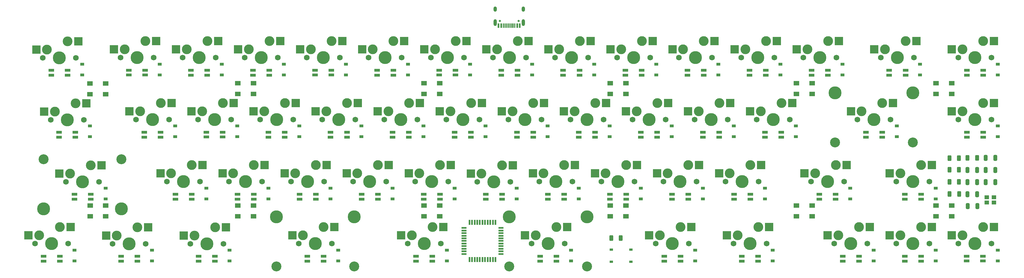
<source format=gbr>
%TF.GenerationSoftware,KiCad,Pcbnew,(6.0.9)*%
%TF.CreationDate,2022-12-31T14:12:08+09:00*%
%TF.ProjectId,chasma,63686173-6d61-42e6-9b69-6361645f7063,rev?*%
%TF.SameCoordinates,Original*%
%TF.FileFunction,Soldermask,Bot*%
%TF.FilePolarity,Negative*%
%FSLAX46Y46*%
G04 Gerber Fmt 4.6, Leading zero omitted, Abs format (unit mm)*
G04 Created by KiCad (PCBNEW (6.0.9)) date 2022-12-31 14:12:08*
%MOMM*%
%LPD*%
G01*
G04 APERTURE LIST*
G04 Aperture macros list*
%AMRoundRect*
0 Rectangle with rounded corners*
0 $1 Rounding radius*
0 $2 $3 $4 $5 $6 $7 $8 $9 X,Y pos of 4 corners*
0 Add a 4 corners polygon primitive as box body*
4,1,4,$2,$3,$4,$5,$6,$7,$8,$9,$2,$3,0*
0 Add four circle primitives for the rounded corners*
1,1,$1+$1,$2,$3*
1,1,$1+$1,$4,$5*
1,1,$1+$1,$6,$7*
1,1,$1+$1,$8,$9*
0 Add four rect primitives between the rounded corners*
20,1,$1+$1,$2,$3,$4,$5,0*
20,1,$1+$1,$4,$5,$6,$7,0*
20,1,$1+$1,$6,$7,$8,$9,0*
20,1,$1+$1,$8,$9,$2,$3,0*%
G04 Aperture macros list end*
%ADD10C,1.750000*%
%ADD11C,3.987800*%
%ADD12C,3.000000*%
%ADD13R,2.550000X2.500000*%
%ADD14R,1.800000X0.820000*%
%ADD15C,3.048000*%
%ADD16R,1.800000X1.400000*%
%ADD17R,1.200000X0.900000*%
%ADD18C,0.650000*%
%ADD19R,0.600000X1.450000*%
%ADD20R,0.300000X1.450000*%
%ADD21O,1.000000X2.100000*%
%ADD22O,1.000000X1.600000*%
%ADD23RoundRect,0.250000X0.325000X0.650000X-0.325000X0.650000X-0.325000X-0.650000X0.325000X-0.650000X0*%
%ADD24RoundRect,0.250000X0.312500X0.625000X-0.312500X0.625000X-0.312500X-0.625000X0.312500X-0.625000X0*%
%ADD25R,1.400000X1.200000*%
%ADD26R,1.500000X0.550000*%
%ADD27R,0.550000X1.500000*%
%ADD28R,1.000000X0.750000*%
G04 APERTURE END LIST*
D10*
%TO.C,SW09_00*%
X238995000Y-123375000D03*
X249155000Y-123375000D03*
D11*
X244075000Y-123375000D03*
D12*
X240265000Y-120835000D03*
X246615000Y-118295000D03*
D13*
X236990000Y-120835000D03*
X249917000Y-118295000D03*
%TD*%
D14*
%TO.C,LED02_01*%
X112975000Y-146250000D03*
X112975000Y-147750000D03*
X117975000Y-147750000D03*
X117975000Y-146250000D03*
%TD*%
%TO.C,LED08_01*%
X227250000Y-146275000D03*
X227250000Y-147775000D03*
X232250000Y-147775000D03*
X232250000Y-146275000D03*
%TD*%
%TO.C,LED13_02*%
X327300000Y-165325000D03*
X327300000Y-166825000D03*
X332300000Y-166825000D03*
X332300000Y-165325000D03*
%TD*%
D11*
%TO.C,SW01_01*%
X96425000Y-142425000D03*
D10*
X101505000Y-142425000D03*
X91345000Y-142425000D03*
D12*
X98965000Y-137345000D03*
X92615000Y-139885000D03*
D13*
X89340000Y-139885000D03*
X102267000Y-137345000D03*
%TD*%
D12*
%TO.C,SW05_02*%
X184690000Y-156395000D03*
D11*
X182150000Y-161475000D03*
D12*
X178340000Y-158935000D03*
D10*
X177070000Y-161475000D03*
X187230000Y-161475000D03*
D13*
X175065000Y-158935000D03*
X187992000Y-156395000D03*
%TD*%
D12*
%TO.C,SW01_02*%
X108490000Y-156395000D03*
D10*
X100870000Y-161475000D03*
D11*
X105950000Y-161475000D03*
D10*
X111030000Y-161475000D03*
D12*
X102140000Y-158935000D03*
D13*
X98865000Y-158935000D03*
X111792000Y-156395000D03*
%TD*%
D12*
%TO.C,SW10_02*%
X279940000Y-156395000D03*
X273590000Y-158935000D03*
D10*
X282480000Y-161475000D03*
X272320000Y-161475000D03*
D11*
X277400000Y-161475000D03*
D13*
X270315000Y-158935000D03*
X283242000Y-156395000D03*
%TD*%
D11*
%TO.C,SW07_03*%
X205937000Y-172245000D03*
D10*
X222955000Y-180500000D03*
D12*
X220415000Y-175420000D03*
X214065000Y-177960000D03*
D11*
X229813000Y-172245000D03*
X217875000Y-180500000D03*
D10*
X212795000Y-180500000D03*
D15*
X205937000Y-187485000D03*
X229813000Y-187485000D03*
D13*
X210790000Y-177960000D03*
X223717000Y-175420000D03*
%TD*%
D11*
%TO.C,SW00_02*%
X63012000Y-169780550D03*
X74950000Y-161525550D03*
D15*
X86888000Y-154540550D03*
D11*
X86888000Y-169780550D03*
D10*
X80030000Y-161525550D03*
X69870000Y-161525550D03*
D12*
X77490000Y-156445550D03*
X71140000Y-158985550D03*
D15*
X63012000Y-154540550D03*
D13*
X67865000Y-158985550D03*
X80792000Y-156445550D03*
%TD*%
D14*
%TO.C,LED04_00*%
X146325000Y-127200000D03*
X146325000Y-128700000D03*
X151325000Y-128700000D03*
X151325000Y-127200000D03*
%TD*%
D10*
%TO.C,SW13_00*%
X319970000Y-123375000D03*
D11*
X325050000Y-123375000D03*
D12*
X327590000Y-118295000D03*
X321240000Y-120835000D03*
D10*
X330130000Y-123375000D03*
D13*
X317965000Y-120835000D03*
X330892000Y-118295000D03*
%TD*%
D12*
%TO.C,SW12_03*%
X313290000Y-175445000D03*
X306940000Y-177985000D03*
D11*
X310750000Y-180525000D03*
D10*
X305670000Y-180525000D03*
X315830000Y-180525000D03*
D13*
X303665000Y-177985000D03*
X316592000Y-175445000D03*
%TD*%
D14*
%TO.C,LED11_02*%
X301125000Y-165325000D03*
X301125000Y-166825000D03*
X306125000Y-166825000D03*
X306125000Y-165325000D03*
%TD*%
%TO.C,LED03_03*%
X143925000Y-184375000D03*
X143925000Y-185875000D03*
X148925000Y-185875000D03*
X148925000Y-184375000D03*
%TD*%
%TO.C,LED09_00*%
X241575000Y-127225000D03*
X241575000Y-128725000D03*
X246575000Y-128725000D03*
X246575000Y-127225000D03*
%TD*%
%TO.C,LED06_00*%
X184425000Y-127200000D03*
X184425000Y-128700000D03*
X189425000Y-128700000D03*
X189425000Y-127200000D03*
%TD*%
%TO.C,LED14_01*%
X346350000Y-146275000D03*
X346350000Y-147775000D03*
X351350000Y-147775000D03*
X351350000Y-146275000D03*
%TD*%
%TO.C,LED13_00*%
X322550000Y-127225000D03*
X322550000Y-128725000D03*
X327550000Y-128725000D03*
X327550000Y-127225000D03*
%TD*%
%TO.C,LED01_00*%
X89175000Y-127200000D03*
X89175000Y-128700000D03*
X94175000Y-128700000D03*
X94175000Y-127200000D03*
%TD*%
D12*
%TO.C,SW07_02*%
X216440000Y-158935000D03*
D10*
X225330000Y-161475000D03*
X215170000Y-161475000D03*
D11*
X220250000Y-161475000D03*
D12*
X222790000Y-156395000D03*
D13*
X213165000Y-158935000D03*
X226092000Y-156395000D03*
%TD*%
D14*
%TO.C,LED10_02*%
X274900000Y-165325000D03*
X274900000Y-166825000D03*
X279900000Y-166825000D03*
X279900000Y-165325000D03*
%TD*%
%TO.C,LED12_01*%
X315375000Y-146275000D03*
X315375000Y-147775000D03*
X320375000Y-147775000D03*
X320375000Y-146275000D03*
%TD*%
D12*
%TO.C,SW13_02*%
X325990000Y-158935000D03*
D10*
X334880000Y-161475000D03*
D11*
X329800000Y-161475000D03*
D12*
X332340000Y-156395000D03*
D10*
X324720000Y-161475000D03*
D13*
X322715000Y-158935000D03*
X335642000Y-156395000D03*
%TD*%
D14*
%TO.C,LED11_00*%
X279675000Y-127225000D03*
X279675000Y-128725000D03*
X284675000Y-128725000D03*
X284675000Y-127225000D03*
%TD*%
D11*
%TO.C,SW10_01*%
X267875000Y-142425000D03*
D12*
X270415000Y-137345000D03*
D10*
X262795000Y-142425000D03*
D12*
X264065000Y-139885000D03*
D10*
X272955000Y-142425000D03*
D13*
X260790000Y-139885000D03*
X273717000Y-137345000D03*
%TD*%
D14*
%TO.C,LED09_01*%
X246325000Y-146275000D03*
X246325000Y-147775000D03*
X251325000Y-147775000D03*
X251325000Y-146275000D03*
%TD*%
D12*
%TO.C,SW04_02*%
X159290000Y-158935000D03*
D11*
X163100000Y-161475000D03*
D10*
X168180000Y-161475000D03*
D12*
X165640000Y-156395000D03*
D10*
X158020000Y-161475000D03*
D13*
X156015000Y-158935000D03*
X168942000Y-156395000D03*
%TD*%
D11*
%TO.C,SW04_01*%
X153600000Y-142425000D03*
D10*
X158680000Y-142425000D03*
D12*
X156140000Y-137345000D03*
D10*
X148520000Y-142425000D03*
D12*
X149790000Y-139885000D03*
D13*
X146515000Y-139885000D03*
X159442000Y-137345000D03*
%TD*%
D12*
%TO.C,SW11_02*%
X306165000Y-156370000D03*
D11*
X303625000Y-161450000D03*
D10*
X308705000Y-161450000D03*
D12*
X299815000Y-158910000D03*
D10*
X298545000Y-161450000D03*
D13*
X296540000Y-158910000D03*
X309467000Y-156370000D03*
%TD*%
D12*
%TO.C,SW03_01*%
X137065000Y-137320000D03*
D10*
X129445000Y-142400000D03*
D12*
X130715000Y-139860000D03*
D11*
X134525000Y-142400000D03*
D10*
X139605000Y-142400000D03*
D13*
X127440000Y-139860000D03*
X140367000Y-137320000D03*
%TD*%
D12*
%TO.C,SW07_00*%
X208515000Y-118295000D03*
X202165000Y-120835000D03*
D11*
X205975000Y-123375000D03*
D10*
X211055000Y-123375000D03*
X200895000Y-123375000D03*
D13*
X198890000Y-120835000D03*
X211817000Y-118295000D03*
%TD*%
D12*
%TO.C,SW03_02*%
X140240000Y-158935000D03*
D11*
X144050000Y-161475000D03*
D10*
X149130000Y-161475000D03*
X138970000Y-161475000D03*
D12*
X146590000Y-156395000D03*
D13*
X136965000Y-158935000D03*
X149892000Y-156395000D03*
%TD*%
D12*
%TO.C,SW06_01*%
X187865000Y-139885000D03*
D11*
X191675000Y-142425000D03*
D10*
X196755000Y-142425000D03*
D12*
X194215000Y-137345000D03*
D10*
X186595000Y-142425000D03*
D13*
X184590000Y-139885000D03*
X197517000Y-137345000D03*
%TD*%
D14*
%TO.C,LED02_02*%
X122525000Y-165325000D03*
X122525000Y-166825000D03*
X127525000Y-166825000D03*
X127525000Y-165325000D03*
%TD*%
%TO.C,LED07_01*%
X208275000Y-146275000D03*
X208275000Y-147775000D03*
X213275000Y-147775000D03*
X213275000Y-146275000D03*
%TD*%
D10*
%TO.C,SW03_00*%
X134855000Y-123375000D03*
D11*
X129775000Y-123375000D03*
D12*
X125965000Y-120835000D03*
D10*
X124695000Y-123375000D03*
D12*
X132315000Y-118295000D03*
D13*
X122690000Y-120835000D03*
X135617000Y-118295000D03*
%TD*%
D11*
%TO.C,SW12_01*%
X329813000Y-134144450D03*
D12*
X314065000Y-139859450D03*
D10*
X322955000Y-142399450D03*
D15*
X329813000Y-149384450D03*
D12*
X320415000Y-137319450D03*
D11*
X305937000Y-134144450D03*
D15*
X305937000Y-149384450D03*
D10*
X312795000Y-142399450D03*
D11*
X317875000Y-142399450D03*
D13*
X310790000Y-139859450D03*
X323717000Y-137319450D03*
%TD*%
D14*
%TO.C,LED00_00*%
X65375000Y-127225000D03*
X65375000Y-128725000D03*
X70375000Y-128725000D03*
X70375000Y-127225000D03*
%TD*%
%TO.C,LED10_00*%
X260600000Y-127225000D03*
X260600000Y-128725000D03*
X265600000Y-128725000D03*
X265600000Y-127225000D03*
%TD*%
%TO.C,LED02_03*%
X110600000Y-184375000D03*
X110600000Y-185875000D03*
X115600000Y-185875000D03*
X115600000Y-184375000D03*
%TD*%
D10*
%TO.C,SW13_03*%
X334880000Y-180525000D03*
X324720000Y-180525000D03*
D12*
X325990000Y-177985000D03*
X332340000Y-175445000D03*
D11*
X329800000Y-180525000D03*
D13*
X322715000Y-177985000D03*
X335642000Y-175445000D03*
%TD*%
D12*
%TO.C,SW07_01*%
X206940000Y-139885000D03*
X213290000Y-137345000D03*
D11*
X210750000Y-142425000D03*
D10*
X205670000Y-142425000D03*
X215830000Y-142425000D03*
D13*
X203665000Y-139885000D03*
X216592000Y-137345000D03*
%TD*%
D10*
%TO.C,SW09_02*%
X263430000Y-161475000D03*
D11*
X258350000Y-161475000D03*
D12*
X254540000Y-158935000D03*
X260890000Y-156395000D03*
D10*
X253270000Y-161475000D03*
D13*
X251265000Y-158935000D03*
X264192000Y-156395000D03*
%TD*%
D11*
%TO.C,SW01_00*%
X91675000Y-123375000D03*
D12*
X87865000Y-120835000D03*
D10*
X86595000Y-123375000D03*
D12*
X94215000Y-118295000D03*
D10*
X96755000Y-123375000D03*
D13*
X84590000Y-120835000D03*
X97517000Y-118295000D03*
%TD*%
D11*
%TO.C,SW02_03*%
X113100000Y-180550000D03*
D12*
X109290000Y-178010000D03*
D10*
X118180000Y-180550000D03*
D12*
X115640000Y-175470000D03*
D10*
X108020000Y-180550000D03*
D13*
X106015000Y-178010000D03*
X118942000Y-175470000D03*
%TD*%
D10*
%TO.C,SW05_01*%
X167545000Y-142425000D03*
X177705000Y-142425000D03*
D12*
X175165000Y-137345000D03*
X168815000Y-139885000D03*
D11*
X172625000Y-142425000D03*
D13*
X165540000Y-139885000D03*
X178467000Y-137345000D03*
%TD*%
D12*
%TO.C,SW02_00*%
X106915000Y-120835000D03*
D10*
X105645000Y-123375000D03*
D12*
X113265000Y-118295000D03*
D11*
X110725000Y-123375000D03*
D10*
X115805000Y-123375000D03*
D13*
X103640000Y-120835000D03*
X116567000Y-118295000D03*
%TD*%
D11*
%TO.C,SW12_00*%
X301225000Y-123325000D03*
D12*
X303765000Y-118245000D03*
D10*
X306305000Y-123325000D03*
X296145000Y-123325000D03*
D12*
X297415000Y-120785000D03*
D13*
X294140000Y-120785000D03*
X307067000Y-118245000D03*
%TD*%
D14*
%TO.C,LED05_03*%
X177325000Y-184375000D03*
X177325000Y-185875000D03*
X182325000Y-185875000D03*
X182325000Y-184375000D03*
%TD*%
D12*
%TO.C,SW10_03*%
X282340000Y-175445000D03*
D10*
X274720000Y-180525000D03*
D12*
X275990000Y-177985000D03*
D11*
X279800000Y-180525000D03*
D10*
X284880000Y-180525000D03*
D13*
X272715000Y-177985000D03*
X285642000Y-175445000D03*
%TD*%
D14*
%TO.C,LED10_01*%
X265375000Y-146275000D03*
X265375000Y-147775000D03*
X270375000Y-147775000D03*
X270375000Y-146275000D03*
%TD*%
D10*
%TO.C,SW02_01*%
X110395000Y-142400000D03*
X120555000Y-142400000D03*
D12*
X118015000Y-137320000D03*
D11*
X115475000Y-142400000D03*
D12*
X111665000Y-139860000D03*
D13*
X108390000Y-139860000D03*
X121317000Y-137320000D03*
%TD*%
D14*
%TO.C,LED00_01*%
X67750000Y-146275000D03*
X67750000Y-147775000D03*
X72750000Y-147775000D03*
X72750000Y-146275000D03*
%TD*%
D10*
%TO.C,SW04_00*%
X153905000Y-123375000D03*
D12*
X151365000Y-118295000D03*
D10*
X143745000Y-123375000D03*
D11*
X148825000Y-123375000D03*
D12*
X145015000Y-120835000D03*
D13*
X141740000Y-120835000D03*
X154667000Y-118295000D03*
%TD*%
D11*
%TO.C,SW02_02*%
X125000000Y-161425000D03*
D12*
X121190000Y-158885000D03*
D10*
X119920000Y-161425000D03*
X130080000Y-161425000D03*
D12*
X127540000Y-156345000D03*
D13*
X117915000Y-158885000D03*
X130842000Y-156345000D03*
%TD*%
D14*
%TO.C,LED09_03*%
X253475000Y-184375000D03*
X253475000Y-185875000D03*
X258475000Y-185875000D03*
X258475000Y-184375000D03*
%TD*%
%TO.C,LED04_01*%
X151100000Y-146275000D03*
X151100000Y-147775000D03*
X156100000Y-147775000D03*
X156100000Y-146275000D03*
%TD*%
%TO.C,LED01_02*%
X103450000Y-165325000D03*
X103450000Y-166825000D03*
X108450000Y-166825000D03*
X108450000Y-165325000D03*
%TD*%
D11*
%TO.C,SW08_02*%
X239300000Y-161475000D03*
D12*
X235490000Y-158935000D03*
D10*
X234220000Y-161475000D03*
D12*
X241840000Y-156395000D03*
D10*
X244380000Y-161475000D03*
D13*
X232215000Y-158935000D03*
X245142000Y-156395000D03*
%TD*%
D14*
%TO.C,LED05_02*%
X179650000Y-165325000D03*
X179650000Y-166825000D03*
X184650000Y-166825000D03*
X184650000Y-165325000D03*
%TD*%
%TO.C,LED03_00*%
X127275000Y-127225000D03*
X127275000Y-128725000D03*
X132275000Y-128725000D03*
X132275000Y-127225000D03*
%TD*%
%TO.C,LED02_00*%
X108225000Y-127225000D03*
X108225000Y-128725000D03*
X113225000Y-128725000D03*
X113225000Y-127225000D03*
%TD*%
D12*
%TO.C,SW11_00*%
X278365000Y-120835000D03*
D11*
X282175000Y-123375000D03*
D12*
X284715000Y-118295000D03*
D10*
X277095000Y-123375000D03*
X287255000Y-123375000D03*
D13*
X275090000Y-120835000D03*
X288017000Y-118295000D03*
%TD*%
D10*
%TO.C,SW09_01*%
X243745000Y-142425000D03*
D12*
X251365000Y-137345000D03*
X245015000Y-139885000D03*
D11*
X248825000Y-142425000D03*
D10*
X253905000Y-142425000D03*
D13*
X241740000Y-139885000D03*
X254667000Y-137345000D03*
%TD*%
D12*
%TO.C,SW05_03*%
X176015000Y-177960000D03*
X182365000Y-175420000D03*
D10*
X184905000Y-180500000D03*
D11*
X179825000Y-180500000D03*
D10*
X174745000Y-180500000D03*
D13*
X172740000Y-177960000D03*
X185667000Y-175420000D03*
%TD*%
D14*
%TO.C,LED03_01*%
X132025000Y-146275000D03*
X132025000Y-147775000D03*
X137025000Y-147775000D03*
X137025000Y-146275000D03*
%TD*%
%TO.C,LED04_02*%
X160590000Y-165325000D03*
X160590000Y-166825000D03*
X165590000Y-166825000D03*
X165590000Y-165325000D03*
%TD*%
D10*
%TO.C,SW10_00*%
X258020000Y-123375000D03*
D12*
X265640000Y-118295000D03*
X259290000Y-120835000D03*
D11*
X263100000Y-123375000D03*
D10*
X268180000Y-123375000D03*
D13*
X256015000Y-120835000D03*
X268942000Y-118295000D03*
%TD*%
D14*
%TO.C,LED10_03*%
X277300000Y-184375000D03*
X277300000Y-185875000D03*
X282300000Y-185875000D03*
X282300000Y-184375000D03*
%TD*%
D12*
%TO.C,SW01_03*%
X85475000Y-178000000D03*
D10*
X94365000Y-180540000D03*
X84205000Y-180540000D03*
D11*
X89285000Y-180540000D03*
D12*
X91825000Y-175460000D03*
D13*
X82200000Y-178000000D03*
X95127000Y-175460000D03*
%TD*%
D14*
%TO.C,LED05_01*%
X170125000Y-146275000D03*
X170125000Y-147775000D03*
X175125000Y-147775000D03*
X175125000Y-146275000D03*
%TD*%
%TO.C,LED06_02*%
X198700000Y-165325000D03*
X198700000Y-166825000D03*
X203700000Y-166825000D03*
X203700000Y-165325000D03*
%TD*%
D11*
%TO.C,SW14_03*%
X348825000Y-180525000D03*
D10*
X343745000Y-180525000D03*
D12*
X345015000Y-177985000D03*
D10*
X353905000Y-180525000D03*
D12*
X351365000Y-175445000D03*
D13*
X341740000Y-177985000D03*
X354667000Y-175445000D03*
%TD*%
D11*
%TO.C,SW05_00*%
X167850000Y-123375000D03*
D12*
X170390000Y-118295000D03*
D10*
X172930000Y-123375000D03*
D12*
X164040000Y-120835000D03*
D10*
X162770000Y-123375000D03*
D13*
X160765000Y-120835000D03*
X173692000Y-118295000D03*
%TD*%
D14*
%TO.C,LED13_03*%
X327300000Y-184375000D03*
X327300000Y-185875000D03*
X332300000Y-185875000D03*
X332300000Y-184375000D03*
%TD*%
%TO.C,LED11_01*%
X284425000Y-146275000D03*
X284425000Y-147775000D03*
X289425000Y-147775000D03*
X289425000Y-146275000D03*
%TD*%
%TO.C,LED03_02*%
X141540000Y-165325000D03*
X141540000Y-166825000D03*
X146540000Y-166825000D03*
X146540000Y-165325000D03*
%TD*%
%TO.C,LED14_03*%
X346300000Y-184350000D03*
X346300000Y-185850000D03*
X351300000Y-185850000D03*
X351300000Y-184350000D03*
%TD*%
D10*
%TO.C,SW14_01*%
X353930000Y-142425000D03*
D11*
X348850000Y-142425000D03*
D10*
X343770000Y-142425000D03*
D12*
X345040000Y-139885000D03*
X351390000Y-137345000D03*
D13*
X341765000Y-139885000D03*
X354692000Y-137345000D03*
%TD*%
D14*
%TO.C,LED08_00*%
X222475000Y-127225000D03*
X222475000Y-128725000D03*
X227475000Y-128725000D03*
X227475000Y-127225000D03*
%TD*%
D10*
%TO.C,SW11_01*%
X281845000Y-142425000D03*
X292005000Y-142425000D03*
D12*
X289465000Y-137345000D03*
D11*
X286925000Y-142425000D03*
D12*
X283115000Y-139885000D03*
D13*
X279840000Y-139885000D03*
X292767000Y-137345000D03*
%TD*%
D12*
%TO.C,SW00_01*%
X66440000Y-139910000D03*
D10*
X75330000Y-142450000D03*
D11*
X70250000Y-142450000D03*
D10*
X65170000Y-142450000D03*
D12*
X72790000Y-137370000D03*
D13*
X63165000Y-139910000D03*
X76092000Y-137370000D03*
%TD*%
D14*
%TO.C,LED14_00*%
X346350000Y-127225000D03*
X346350000Y-128725000D03*
X351350000Y-128725000D03*
X351350000Y-127225000D03*
%TD*%
D10*
%TO.C,SW09_03*%
X250895000Y-180475000D03*
D11*
X255975000Y-180475000D03*
D12*
X252165000Y-177935000D03*
D10*
X261055000Y-180475000D03*
D12*
X258515000Y-175395000D03*
D13*
X248890000Y-177935000D03*
X261817000Y-175395000D03*
%TD*%
D14*
%TO.C,LED05_00*%
X165350000Y-127225000D03*
X165350000Y-128725000D03*
X170350000Y-128725000D03*
X170350000Y-127225000D03*
%TD*%
%TO.C,LED00_02*%
X72450000Y-165325000D03*
X72450000Y-166825000D03*
X77450000Y-166825000D03*
X77450000Y-165325000D03*
%TD*%
%TO.C,LED12_03*%
X308250000Y-184375000D03*
X308250000Y-185875000D03*
X313250000Y-185875000D03*
X313250000Y-184375000D03*
%TD*%
%TO.C,LED08_02*%
X236800000Y-165325000D03*
X236800000Y-166825000D03*
X241800000Y-166825000D03*
X241800000Y-165325000D03*
%TD*%
%TO.C,LED07_02*%
X217750000Y-165325000D03*
X217750000Y-166825000D03*
X222750000Y-166825000D03*
X222750000Y-165325000D03*
%TD*%
%TO.C,LED12_00*%
X298725000Y-127225000D03*
X298725000Y-128725000D03*
X303725000Y-128725000D03*
X303725000Y-127225000D03*
%TD*%
D10*
%TO.C,SW08_00*%
X219945000Y-123375000D03*
X230105000Y-123375000D03*
D12*
X227565000Y-118295000D03*
D11*
X225025000Y-123375000D03*
D12*
X221215000Y-120835000D03*
D13*
X217940000Y-120835000D03*
X230867000Y-118295000D03*
%TD*%
D11*
%TO.C,SW00_00*%
X67875000Y-123400000D03*
D10*
X72955000Y-123400000D03*
D12*
X70415000Y-118320000D03*
X64065000Y-120860000D03*
D10*
X62795000Y-123400000D03*
D13*
X60790000Y-120860000D03*
X73717000Y-118320000D03*
%TD*%
D10*
%TO.C,SW08_01*%
X224695000Y-142425000D03*
D12*
X232315000Y-137345000D03*
X225965000Y-139885000D03*
D10*
X234855000Y-142425000D03*
D11*
X229775000Y-142425000D03*
D13*
X222690000Y-139885000D03*
X235617000Y-137345000D03*
%TD*%
D14*
%TO.C,LED09_02*%
X255850000Y-165325000D03*
X255850000Y-166825000D03*
X260850000Y-166825000D03*
X260850000Y-165325000D03*
%TD*%
D12*
%TO.C,SW00_03*%
X61665000Y-177985000D03*
D11*
X65475000Y-180525000D03*
D10*
X60395000Y-180525000D03*
D12*
X68015000Y-175445000D03*
D10*
X70555000Y-180525000D03*
D13*
X58390000Y-177985000D03*
X71317000Y-175445000D03*
%TD*%
D11*
%TO.C,SW06_00*%
X186925000Y-123375000D03*
D10*
X192005000Y-123375000D03*
D12*
X189465000Y-118295000D03*
X183115000Y-120835000D03*
D10*
X181845000Y-123375000D03*
D13*
X179840000Y-120835000D03*
X192767000Y-118295000D03*
%TD*%
D14*
%TO.C,LED01_03*%
X86790000Y-184375000D03*
X86790000Y-185875000D03*
X91790000Y-185875000D03*
X91790000Y-184375000D03*
%TD*%
D11*
%TO.C,SW14_00*%
X348850000Y-123350000D03*
D12*
X345040000Y-120810000D03*
D10*
X343770000Y-123350000D03*
X353930000Y-123350000D03*
D12*
X351390000Y-118270000D03*
D13*
X341765000Y-120810000D03*
X354692000Y-118270000D03*
%TD*%
D14*
%TO.C,LED00_03*%
X62975000Y-184375000D03*
X62975000Y-185875000D03*
X67975000Y-185875000D03*
X67975000Y-184375000D03*
%TD*%
%TO.C,LED07_00*%
X203475000Y-127225000D03*
X203475000Y-128725000D03*
X208475000Y-128725000D03*
X208475000Y-127225000D03*
%TD*%
D10*
%TO.C,SW06_02*%
X196120000Y-161500000D03*
X206280000Y-161500000D03*
D12*
X197390000Y-158960000D03*
X203740000Y-156420000D03*
D11*
X201200000Y-161500000D03*
D13*
X194115000Y-158960000D03*
X207042000Y-156420000D03*
%TD*%
D14*
%TO.C,LED01_01*%
X93925000Y-146275000D03*
X93925000Y-147775000D03*
X98925000Y-147775000D03*
X98925000Y-146275000D03*
%TD*%
%TO.C,LED07_03*%
X215375000Y-184375000D03*
X215375000Y-185875000D03*
X220375000Y-185875000D03*
X220375000Y-184375000D03*
%TD*%
%TO.C,LED06_01*%
X189175000Y-146275000D03*
X189175000Y-147775000D03*
X194175000Y-147775000D03*
X194175000Y-146275000D03*
%TD*%
D10*
%TO.C,SW03_03*%
X141345000Y-180524450D03*
D15*
X134487000Y-187509450D03*
D11*
X158363000Y-172269450D03*
D10*
X151505000Y-180524450D03*
D12*
X148965000Y-175444450D03*
D11*
X146425000Y-180524450D03*
D12*
X142615000Y-177984450D03*
D15*
X158363000Y-187509450D03*
D11*
X134487000Y-172269450D03*
D13*
X139340000Y-177984450D03*
X152267000Y-175444450D03*
%TD*%
D16*
%TO.C,ULED02*%
X236900000Y-134550000D03*
X236900000Y-131250000D03*
X241700000Y-131250000D03*
X241700000Y-134550000D03*
%TD*%
D17*
%TO.C,D07_00*%
X212975000Y-128675000D03*
X212975000Y-125375000D03*
%TD*%
%TO.C,D10_01*%
X274875000Y-147675000D03*
X274875000Y-144375000D03*
%TD*%
D18*
%TO.C,J0*%
X208790000Y-112075000D03*
X203010000Y-112075000D03*
D19*
X202650000Y-113520000D03*
X203450000Y-113520000D03*
D20*
X204650000Y-113520000D03*
X205650000Y-113520000D03*
X206150000Y-113520000D03*
X207150000Y-113520000D03*
D19*
X208350000Y-113520000D03*
X209150000Y-113520000D03*
X209150000Y-113520000D03*
X208350000Y-113520000D03*
D20*
X207650000Y-113520000D03*
X206650000Y-113520000D03*
X205150000Y-113520000D03*
X204150000Y-113520000D03*
D19*
X203450000Y-113520000D03*
X202650000Y-113520000D03*
D21*
X210220000Y-112605000D03*
D22*
X210220000Y-108425000D03*
X201580000Y-108425000D03*
D21*
X201580000Y-112605000D03*
%TD*%
D23*
%TO.C,C1*%
X355075000Y-157850000D03*
X352125000Y-157850000D03*
%TD*%
D17*
%TO.C,D03_01*%
X141525000Y-147675000D03*
X141525000Y-144375000D03*
%TD*%
%TO.C,D05_02*%
X189150000Y-166800000D03*
X189150000Y-163500000D03*
%TD*%
D24*
%TO.C,R3*%
X343937500Y-161525000D03*
X341012500Y-161525000D03*
%TD*%
D17*
%TO.C,D06_00*%
X193925000Y-128675000D03*
X193925000Y-125375000D03*
%TD*%
%TO.C,D01_00*%
X98675000Y-128675000D03*
X98675000Y-125375000D03*
%TD*%
%TO.C,D13_02*%
X336800000Y-166800000D03*
X336800000Y-163500000D03*
%TD*%
%TO.C,D07_02*%
X227250000Y-166800000D03*
X227250000Y-163500000D03*
%TD*%
D24*
%TO.C,R5*%
X240137500Y-178800000D03*
X237212500Y-178800000D03*
%TD*%
D17*
%TO.C,D02_01*%
X122475000Y-147675000D03*
X122475000Y-144375000D03*
%TD*%
%TO.C,D12_01*%
X324875000Y-147675000D03*
X324875000Y-144375000D03*
%TD*%
%TO.C,D00_00*%
X74850000Y-128675000D03*
X74850000Y-125375000D03*
%TD*%
%TO.C,D01_03*%
X96275000Y-185825000D03*
X96275000Y-182525000D03*
%TD*%
%TO.C,D09_03*%
X262975000Y-185825000D03*
X262975000Y-182525000D03*
%TD*%
D16*
%TO.C,ULED05*%
X77250000Y-134575000D03*
X77250000Y-131275000D03*
X82050000Y-131275000D03*
X82050000Y-134575000D03*
%TD*%
D17*
%TO.C,D02_02*%
X132000000Y-166800000D03*
X132000000Y-163500000D03*
%TD*%
%TO.C,D12_00*%
X308225000Y-128675000D03*
X308225000Y-125375000D03*
%TD*%
%TO.C,D08_02*%
X246300000Y-166800000D03*
X246300000Y-163500000D03*
%TD*%
%TO.C,D03_02*%
X151050000Y-166800000D03*
X151050000Y-163500000D03*
%TD*%
%TO.C,D11_00*%
X289175000Y-128675000D03*
X289175000Y-125375000D03*
%TD*%
D23*
%TO.C,C3*%
X349525000Y-157875000D03*
X346575000Y-157875000D03*
%TD*%
D17*
%TO.C,D01_02*%
X112950000Y-166800000D03*
X112950000Y-163500000D03*
%TD*%
D24*
%TO.C,R4*%
X343987500Y-165250000D03*
X341062500Y-165250000D03*
%TD*%
D17*
%TO.C,D00_02*%
X82025000Y-166800000D03*
X82025000Y-163500000D03*
%TD*%
%TO.C,D07_03*%
X224875000Y-185825000D03*
X224875000Y-182525000D03*
%TD*%
D16*
%TO.C,ULED01*%
X294050000Y-134500000D03*
X294050000Y-131200000D03*
X298850000Y-131200000D03*
X298850000Y-134500000D03*
%TD*%
D17*
%TO.C,D10_03*%
X286800000Y-185825000D03*
X286800000Y-182525000D03*
%TD*%
D16*
%TO.C,ULED11*%
X341725000Y-168825000D03*
X341725000Y-172125000D03*
X336925000Y-172125000D03*
X336925000Y-168825000D03*
%TD*%
D25*
%TO.C,Y0*%
X354650000Y-167850000D03*
X352450000Y-167850000D03*
X352450000Y-166250000D03*
X354650000Y-166250000D03*
%TD*%
D17*
%TO.C,D10_00*%
X270125000Y-128675000D03*
X270125000Y-125375000D03*
%TD*%
D16*
%TO.C,ULED07*%
X127400000Y-168825000D03*
X127400000Y-172125000D03*
X122600000Y-172125000D03*
X122600000Y-168825000D03*
%TD*%
D17*
%TO.C,D11_02*%
X310600000Y-166800000D03*
X310600000Y-163500000D03*
%TD*%
%TO.C,D09_01*%
X255825000Y-147675000D03*
X255825000Y-144375000D03*
%TD*%
%TO.C,D02_03*%
X120100000Y-185825000D03*
X120100000Y-182525000D03*
%TD*%
D16*
%TO.C,ULED04*%
X122600000Y-134525000D03*
X122600000Y-131225000D03*
X127400000Y-131225000D03*
X127400000Y-134525000D03*
%TD*%
D17*
%TO.C,D12_03*%
X317750000Y-185825000D03*
X317750000Y-182525000D03*
%TD*%
%TO.C,D06_02*%
X208200000Y-166800000D03*
X208200000Y-163500000D03*
%TD*%
D26*
%TO.C,U0*%
X203400000Y-175675000D03*
X203400000Y-176475000D03*
X203400000Y-177275000D03*
X203400000Y-178075000D03*
X203400000Y-178875000D03*
X203400000Y-179675000D03*
X203400000Y-180475000D03*
X203400000Y-181275000D03*
X203400000Y-182075000D03*
X203400000Y-182875000D03*
X203400000Y-183675000D03*
D27*
X201700000Y-185375000D03*
X200900000Y-185375000D03*
X200100000Y-185375000D03*
X199300000Y-185375000D03*
X198500000Y-185375000D03*
X197700000Y-185375000D03*
X196900000Y-185375000D03*
X196100000Y-185375000D03*
X195300000Y-185375000D03*
X194500000Y-185375000D03*
X193700000Y-185375000D03*
D26*
X192000000Y-183675000D03*
X192000000Y-182875000D03*
X192000000Y-182075000D03*
X192000000Y-181275000D03*
X192000000Y-180475000D03*
X192000000Y-179675000D03*
X192000000Y-178875000D03*
X192000000Y-178075000D03*
X192000000Y-177275000D03*
X192000000Y-176475000D03*
X192000000Y-175675000D03*
D27*
X193700000Y-173975000D03*
X194500000Y-173975000D03*
X195300000Y-173975000D03*
X196100000Y-173975000D03*
X196900000Y-173975000D03*
X197700000Y-173975000D03*
X198500000Y-173975000D03*
X199300000Y-173975000D03*
X200100000Y-173975000D03*
X200900000Y-173975000D03*
X201700000Y-173975000D03*
%TD*%
D16*
%TO.C,ULED10*%
X298850000Y-168825000D03*
X298850000Y-172125000D03*
X294050000Y-172125000D03*
X294050000Y-168825000D03*
%TD*%
%TO.C,ULED03*%
X179750000Y-134550000D03*
X179750000Y-131250000D03*
X184550000Y-131250000D03*
X184550000Y-134550000D03*
%TD*%
D17*
%TO.C,D09_00*%
X251075000Y-128675000D03*
X251075000Y-125375000D03*
%TD*%
%TO.C,D05_03*%
X186775000Y-185825000D03*
X186775000Y-182525000D03*
%TD*%
D16*
%TO.C,ULED06*%
X82075000Y-168825000D03*
X82075000Y-172125000D03*
X77275000Y-172125000D03*
X77275000Y-168825000D03*
%TD*%
D17*
%TO.C,D09_02*%
X265350000Y-166800000D03*
X265350000Y-163500000D03*
%TD*%
%TO.C,D10_02*%
X284400000Y-166800000D03*
X284400000Y-163500000D03*
%TD*%
D16*
%TO.C,ULED08*%
X184550000Y-168825000D03*
X184550000Y-172125000D03*
X179750000Y-172125000D03*
X179750000Y-168825000D03*
%TD*%
D23*
%TO.C,C6*%
X349575000Y-168975000D03*
X346625000Y-168975000D03*
%TD*%
D17*
%TO.C,D14_01*%
X355850000Y-147675000D03*
X355850000Y-144375000D03*
%TD*%
D23*
%TO.C,C4*%
X349525000Y-161600000D03*
X346575000Y-161600000D03*
%TD*%
D17*
%TO.C,D08_00*%
X232025000Y-128675000D03*
X232025000Y-125375000D03*
%TD*%
D28*
%TO.C,R_SW0*%
X243225000Y-182350000D03*
X237225000Y-182350000D03*
X243225000Y-186100000D03*
X237225000Y-186100000D03*
%TD*%
D17*
%TO.C,D13_03*%
X336800000Y-185825000D03*
X336800000Y-182525000D03*
%TD*%
%TO.C,D00_01*%
X77250000Y-147675000D03*
X77250000Y-144375000D03*
%TD*%
%TO.C,D01_01*%
X103425000Y-147675000D03*
X103425000Y-144375000D03*
%TD*%
%TO.C,D00_03*%
X72475000Y-185825000D03*
X72475000Y-182525000D03*
%TD*%
%TO.C,D13_00*%
X332025000Y-128675000D03*
X332025000Y-125375000D03*
%TD*%
%TO.C,D04_02*%
X170100000Y-166800000D03*
X170100000Y-163500000D03*
%TD*%
%TO.C,D11_01*%
X293925000Y-147675000D03*
X293925000Y-144375000D03*
%TD*%
%TO.C,D05_01*%
X179625000Y-147675000D03*
X179625000Y-144375000D03*
%TD*%
D24*
%TO.C,R1*%
X343937500Y-154200000D03*
X341012500Y-154200000D03*
%TD*%
D17*
%TO.C,D02_00*%
X117725000Y-128675000D03*
X117725000Y-125375000D03*
%TD*%
%TO.C,D04_01*%
X160575000Y-147675000D03*
X160575000Y-144375000D03*
%TD*%
D24*
%TO.C,R0*%
X349512500Y-154175000D03*
X346587500Y-154175000D03*
%TD*%
%TO.C,R2*%
X343937500Y-157825000D03*
X341012500Y-157825000D03*
%TD*%
D17*
%TO.C,D03_00*%
X136775000Y-128675000D03*
X136775000Y-125375000D03*
%TD*%
%TO.C,D08_01*%
X236775000Y-147675000D03*
X236775000Y-144375000D03*
%TD*%
D23*
%TO.C,C0*%
X355125000Y-154175000D03*
X352175000Y-154175000D03*
%TD*%
D17*
%TO.C,D04_00*%
X155825000Y-128675000D03*
X155825000Y-125375000D03*
%TD*%
%TO.C,D07_01*%
X217725000Y-147675000D03*
X217725000Y-144375000D03*
%TD*%
%TO.C,D06_01*%
X198675000Y-147675000D03*
X198675000Y-144375000D03*
%TD*%
%TO.C,D14_03*%
X355850000Y-185825000D03*
X355850000Y-182525000D03*
%TD*%
%TO.C,D03_03*%
X153450000Y-185825000D03*
X153450000Y-182525000D03*
%TD*%
D16*
%TO.C,ULED09*%
X241700000Y-168825000D03*
X241700000Y-172125000D03*
X236900000Y-172125000D03*
X236900000Y-168825000D03*
%TD*%
D17*
%TO.C,D05_00*%
X174850000Y-128675000D03*
X174850000Y-125375000D03*
%TD*%
D16*
%TO.C,ULED00*%
X336925000Y-134525000D03*
X336925000Y-131225000D03*
X341725000Y-131225000D03*
X341725000Y-134525000D03*
%TD*%
D17*
%TO.C,D14_00*%
X355850000Y-128675000D03*
X355850000Y-125375000D03*
%TD*%
D23*
%TO.C,C5*%
X349525000Y-165300000D03*
X346575000Y-165300000D03*
%TD*%
%TO.C,C2*%
X355075000Y-161575000D03*
X352125000Y-161575000D03*
%TD*%
M02*

</source>
